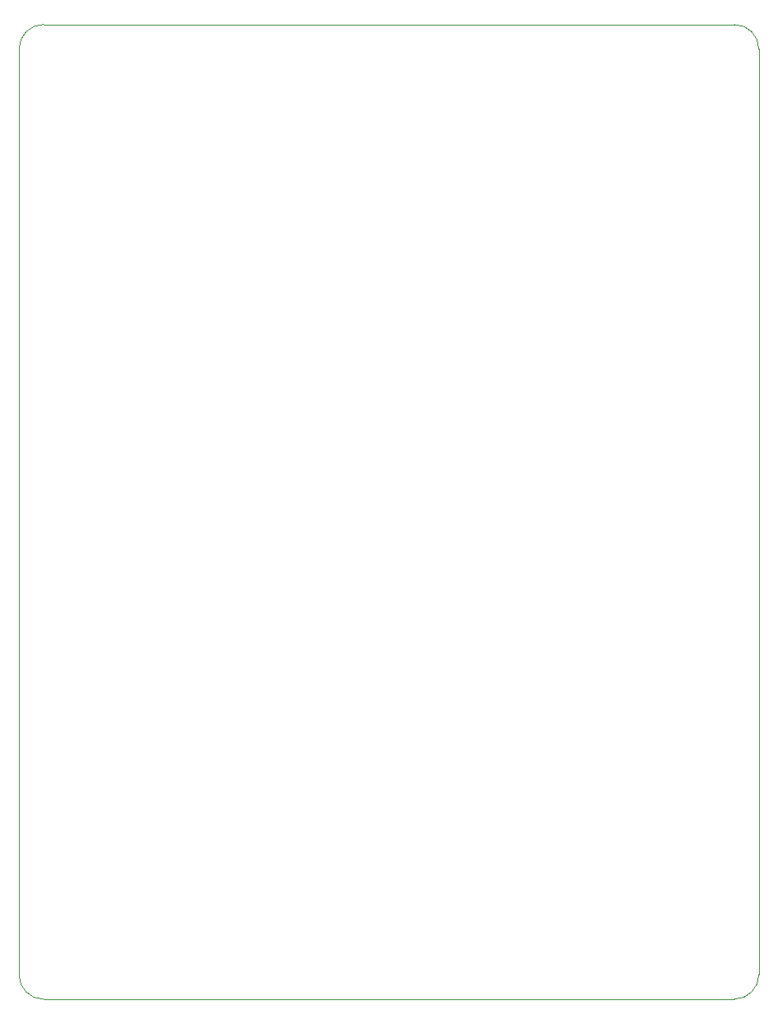
<source format=gbr>
G04 #@! TF.GenerationSoftware,KiCad,Pcbnew,(5.0.2)-1*
G04 #@! TF.CreationDate,2019-09-16T21:44:15-04:00*
G04 #@! TF.ProjectId,AD3D Cloud Connect Board,41443344-2043-46c6-9f75-6420436f6e6e,rev?*
G04 #@! TF.SameCoordinates,Original*
G04 #@! TF.FileFunction,Profile,NP*
%FSLAX46Y46*%
G04 Gerber Fmt 4.6, Leading zero omitted, Abs format (unit mm)*
G04 Created by KiCad (PCBNEW (5.0.2)-1) date 9/16/2019 9:44:15 PM*
%MOMM*%
%LPD*%
G01*
G04 APERTURE LIST*
%ADD10C,0.100000*%
G04 APERTURE END LIST*
D10*
X171500000Y-189000000D02*
G75*
G02X169000000Y-186500000I0J2500000D01*
G01*
X245000000Y-186500000D02*
G75*
G02X242500000Y-189000000I-2500000J0D01*
G01*
X242500000Y-89000000D02*
G75*
G02X245000000Y-91500000I0J-2500000D01*
G01*
X169000000Y-91500000D02*
G75*
G02X171500000Y-89000000I2500000J0D01*
G01*
X242500000Y-89000000D02*
X171500000Y-89000000D01*
X245000000Y-186500000D02*
X245000000Y-91500000D01*
X171500000Y-189000000D02*
X242500000Y-189000000D01*
X169000000Y-91500000D02*
X169000000Y-186500000D01*
M02*

</source>
